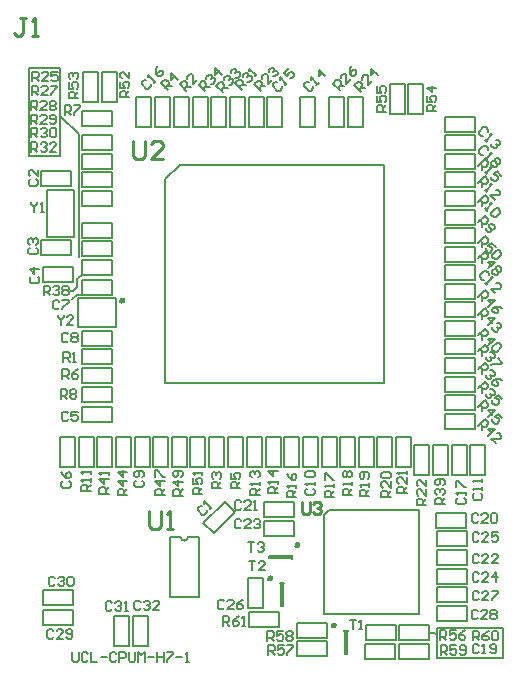
<source format=gto>
G04*
G04 #@! TF.GenerationSoftware,Altium Limited,Altium Designer,19.1.9 (167)*
G04*
G04 Layer_Color=65535*
%FSLAX44Y44*%
%MOMM*%
G71*
G01*
G75*
%ADD10C,0.5000*%
%ADD11C,0.2000*%
%ADD12C,0.2540*%
D10*
X88450Y319510D02*
G03*
X88450Y319510I-500J0D01*
G01*
X236870Y112500D02*
G03*
X236870Y112500I-500J0D01*
G01*
X213853Y84370D02*
G03*
X213853Y84370I-500J0D01*
G01*
X267603Y44470D02*
G03*
X267603Y44470I-500J0D01*
G01*
D11*
X137677Y119350D02*
G03*
X144028Y119350I3175J0D01*
G01*
X232000Y103625D02*
G03*
X232000Y100375I0J-1625D01*
G01*
X222227Y80000D02*
G03*
X225478Y80000I1625J0D01*
G01*
X275978Y40100D02*
G03*
X279228Y40100I1625J0D01*
G01*
X36500Y475250D02*
X51500Y460250D01*
Y356000D02*
Y460250D01*
Y460000D02*
Y460250D01*
X9250Y441750D02*
Y442500D01*
Y441750D02*
X35750D01*
X9250Y442500D02*
Y516000D01*
X35750Y441750D02*
Y516000D01*
X9250D02*
X35750D01*
X51120Y296875D02*
X70062D01*
X63938D02*
X82870D01*
Y321375D01*
X51120D02*
X82870D01*
X51120Y296875D02*
Y321375D01*
X26800Y373700D02*
X47680D01*
Y413070D01*
X24820D02*
X47680D01*
X24820Y373700D02*
Y413070D01*
Y373700D02*
X26800D01*
X259500Y53750D02*
Y137750D01*
Y53750D02*
X339890D01*
Y141750D01*
X263500D02*
X339890D01*
X259500Y137750D02*
X263500Y141750D01*
X124850Y249350D02*
Y422050D01*
Y249350D02*
X309650D01*
Y434150D01*
X136950D02*
X309650D01*
X124850Y422050D02*
X136950Y434150D01*
X128702Y68550D02*
Y119350D01*
Y68550D02*
X153003D01*
Y119350D01*
X144028D02*
X153003D01*
X128702D02*
X137677D01*
X212500Y101150D02*
X232000D01*
X212500D02*
Y102850D01*
X232000D01*
Y100375D02*
Y102850D01*
Y101150D02*
Y103625D01*
X224702Y60500D02*
Y80000D01*
X223002Y60500D02*
X224702D01*
X223002D02*
Y80000D01*
X225478D01*
X222227D02*
X224702D01*
X278452Y20600D02*
Y40100D01*
X276753Y20600D02*
X278452D01*
X276753D02*
Y40100D01*
X279228D01*
X275978D02*
X278452D01*
X220700Y43150D02*
Y55850D01*
X195300D02*
X220700D01*
X195300Y43150D02*
Y55850D01*
Y43150D02*
X220700D01*
X322800Y31900D02*
Y44600D01*
Y31900D02*
X348200D01*
Y44600D01*
X322800D02*
X348200D01*
X294300Y16150D02*
Y28850D01*
Y16150D02*
X319700D01*
Y28850D01*
X294300D02*
X319700D01*
X261950Y34000D02*
Y46700D01*
X236550D02*
X261950D01*
X236550Y34000D02*
Y46700D01*
Y34000D02*
X261950D01*
Y18297D02*
Y30997D01*
X236550D02*
X261950D01*
X236550Y18297D02*
Y30997D01*
Y18297D02*
X261950D01*
X294360Y31900D02*
Y44600D01*
Y31900D02*
X319760D01*
Y44600D01*
X294360D02*
X319760D01*
X314900Y502950D02*
X327600D01*
X314900Y477550D02*
Y502950D01*
Y477550D02*
X327600D01*
Y502950D01*
X330602Y477550D02*
X343302D01*
Y502950D01*
X330602D02*
X343302D01*
X330602Y477550D02*
Y502950D01*
X55150Y513200D02*
X67850D01*
X55150Y487800D02*
Y513200D01*
Y487800D02*
X67850D01*
Y513200D01*
X70853Y487800D02*
X83553D01*
Y513200D01*
X70853D02*
X83553D01*
X70853Y487800D02*
Y513200D01*
X145853Y178550D02*
X158553D01*
Y203950D01*
X145853D02*
X158553D01*
X145853Y178550D02*
Y203950D01*
X361550Y368102D02*
Y380802D01*
Y368102D02*
X386950D01*
Y380802D01*
X361550D02*
X386950D01*
X130150Y178550D02*
X142850D01*
Y203950D01*
X130150D02*
X142850D01*
X130150Y178550D02*
Y203950D01*
X361550Y352400D02*
Y365100D01*
Y352400D02*
X386950D01*
Y365100D01*
X361550D02*
X386950D01*
X114447Y178550D02*
X127148D01*
Y203950D01*
X114447D02*
X127148D01*
X114447Y178550D02*
Y203950D01*
X361550Y320947D02*
Y333647D01*
Y320947D02*
X386950D01*
Y333647D01*
X361550D02*
X386950D01*
Y226732D02*
Y239432D01*
X361550D02*
X386950D01*
X361550Y226732D02*
Y239432D01*
Y226732D02*
X386950D01*
X83042Y178550D02*
X95742D01*
Y203950D01*
X83042D02*
X95742D01*
X83042Y178550D02*
Y203950D01*
X361550Y305245D02*
Y317945D01*
Y305245D02*
X386950D01*
Y317945D01*
X361550D02*
X386950D01*
Y211030D02*
Y223730D01*
X361550D02*
X386950D01*
X361550Y211030D02*
Y223730D01*
Y211030D02*
X386950D01*
X67340Y178550D02*
X80040D01*
Y203950D01*
X67340D02*
X80040D01*
X67340Y178550D02*
Y203950D01*
X361550Y289542D02*
Y302242D01*
Y289542D02*
X386950D01*
Y302242D01*
X361550D02*
X386950D01*
X351353Y172050D02*
X364053D01*
Y197450D01*
X351353D02*
X364053D01*
X351353Y172050D02*
Y197450D01*
X54050Y341102D02*
Y353802D01*
Y341102D02*
X79450D01*
Y353802D01*
X54050D02*
X79450D01*
X361550Y273840D02*
Y286540D01*
Y273840D02*
X386950D01*
Y286540D01*
X361550D02*
X386950D01*
X361550Y258137D02*
Y270837D01*
Y258137D02*
X386950D01*
Y270837D01*
X361550D02*
X386950D01*
X361550Y242435D02*
Y255135D01*
Y242435D02*
X386950D01*
Y255135D01*
X361550D02*
X386950D01*
X148150Y491950D02*
X160850D01*
X148150Y466550D02*
Y491950D01*
Y466550D02*
X160850D01*
Y491950D01*
X163853D02*
X176553D01*
X163853Y466550D02*
Y491950D01*
Y466550D02*
X176553D01*
Y491950D01*
X54050Y356805D02*
Y369505D01*
Y356805D02*
X79450D01*
Y369505D01*
X54050D02*
X79450D01*
X179650Y491950D02*
X192350D01*
X179650Y466550D02*
Y491950D01*
Y466550D02*
X192350D01*
Y491950D01*
X54050Y372508D02*
Y385208D01*
Y372508D02*
X79450D01*
Y385208D01*
X54050D02*
X79450D01*
X54050Y399150D02*
Y411850D01*
Y399150D02*
X79450D01*
Y411850D01*
X54050D02*
X79450D01*
X54050Y415400D02*
Y428100D01*
Y415400D02*
X79450D01*
Y428100D01*
X54050D02*
X79450D01*
X54050Y431150D02*
Y443850D01*
Y431150D02*
X79450D01*
Y443850D01*
X54050D02*
X79450D01*
X263400Y466550D02*
X276100D01*
Y491950D01*
X263400D02*
X276100D01*
X263400Y466550D02*
Y491950D01*
X54050Y447150D02*
Y459850D01*
Y447150D02*
X79450D01*
Y459850D01*
X54050D02*
X79450D01*
X279102Y466550D02*
X291803D01*
Y491950D01*
X279102D02*
X291803D01*
X279102Y466550D02*
Y491950D01*
X195352Y466550D02*
X208053D01*
Y491950D01*
X195352D02*
X208053D01*
X195352Y466550D02*
Y491950D01*
X335650Y172050D02*
X348350D01*
Y197450D01*
X335650D02*
X348350D01*
X335650Y172050D02*
Y197450D01*
X319947Y178550D02*
X332648D01*
Y203950D01*
X319947D02*
X332648D01*
X319947Y178550D02*
Y203950D01*
X304245Y178550D02*
X316945D01*
Y203950D01*
X304245D02*
X316945D01*
X304245Y178550D02*
Y203950D01*
X288542Y178550D02*
X301242D01*
Y203950D01*
X288542D02*
X301242D01*
X288542Y178550D02*
Y203950D01*
X272840Y178550D02*
X285540D01*
Y203950D01*
X272840D02*
X285540D01*
X272840Y178550D02*
Y203950D01*
X257137Y178550D02*
X269837D01*
Y203950D01*
X257137D02*
X269837D01*
X257137Y178550D02*
Y203950D01*
X225732Y178550D02*
X238432D01*
Y203950D01*
X225732D02*
X238432D01*
X225732Y178550D02*
Y203950D01*
X361550Y430913D02*
Y443613D01*
Y430913D02*
X386950D01*
Y443613D01*
X361550D02*
X386950D01*
X210030Y178550D02*
X222730D01*
Y203950D01*
X210030D02*
X222730D01*
X210030Y178550D02*
Y203950D01*
X194327Y178550D02*
X207027D01*
Y203950D01*
X194327D02*
X207027D01*
X194327Y178550D02*
Y203950D01*
X361550Y415210D02*
Y427910D01*
Y415210D02*
X386950D01*
Y427910D01*
X361550D02*
X386950D01*
X51637Y178550D02*
X64337D01*
Y203950D01*
X51637D02*
X64337D01*
X51637Y178550D02*
Y203950D01*
X361550Y399508D02*
Y412208D01*
Y399508D02*
X386950D01*
Y412208D01*
X361550D02*
X386950D01*
X361550Y383805D02*
Y396505D01*
Y383805D02*
X386950D01*
Y396505D01*
X361550D02*
X386950D01*
X79450Y233697D02*
Y246397D01*
X54050D02*
X79450D01*
X54050Y233697D02*
Y246397D01*
Y233697D02*
X79450D01*
X54050Y467103D02*
Y479803D01*
Y467103D02*
X79450D01*
Y479803D01*
X54050D02*
X79450D01*
Y249650D02*
Y262350D01*
X54050D02*
X79450D01*
X54050Y249650D02*
Y262350D01*
Y249650D02*
X79450D01*
X177900Y203700D02*
X190600D01*
X177900Y178300D02*
Y203700D01*
Y178300D02*
X190600D01*
Y203700D01*
X115948Y491950D02*
X128647D01*
X115948Y466550D02*
Y491950D01*
Y466550D02*
X128647D01*
Y491950D01*
X161555Y203700D02*
X174255D01*
X161555Y178300D02*
Y203700D01*
Y178300D02*
X174255D01*
Y203700D01*
X132448Y491950D02*
X145147D01*
X132448Y466550D02*
Y491950D01*
Y466550D02*
X145147D01*
Y491950D01*
X79450Y265448D02*
Y278148D01*
X54050D02*
X79450D01*
X54050Y265448D02*
Y278148D01*
Y265448D02*
X79450D01*
X110100Y27300D02*
Y52700D01*
X97400Y27300D02*
X110100D01*
X97400D02*
Y52700D01*
X110100D01*
X94397Y27300D02*
Y52700D01*
X81698Y27300D02*
X94397D01*
X81698D02*
Y52700D01*
X94397D01*
X21550Y61400D02*
X46950D01*
X21550D02*
Y74100D01*
X46950D01*
Y61400D02*
Y74100D01*
X21550Y45150D02*
X46950D01*
X21550D02*
Y57850D01*
X46950D01*
Y45150D02*
Y57850D01*
X354800Y48490D02*
X380200D01*
X354800D02*
Y61190D01*
X380200D01*
Y48490D02*
Y61190D01*
X354800Y64192D02*
X380200D01*
X354800D02*
Y76892D01*
X380200D01*
Y64192D02*
Y76892D01*
X194900Y59050D02*
Y84450D01*
X207600D01*
Y59050D02*
Y84450D01*
X194900Y59050D02*
X207600D01*
X354800Y111300D02*
X380200D01*
X354800D02*
Y124000D01*
X380200D01*
Y111300D02*
Y124000D01*
X354800Y79895D02*
X380200D01*
X354800D02*
Y92595D01*
X380200D01*
Y79895D02*
Y92595D01*
X208550Y132897D02*
X233950D01*
Y120197D02*
Y132897D01*
X208550Y120197D02*
X233950D01*
X208550D02*
Y132897D01*
X354800Y95597D02*
X380200D01*
X354800D02*
Y108298D01*
X380200D01*
Y95597D02*
Y108298D01*
X208550Y148600D02*
X233950D01*
Y135900D02*
Y148600D01*
X208550Y135900D02*
X233950D01*
X208550D02*
Y148600D01*
X354300Y127150D02*
X379700D01*
X354300D02*
Y139850D01*
X379700D01*
Y127150D02*
Y139850D01*
X322800Y16198D02*
X348200D01*
X322800D02*
Y28898D01*
X348200D01*
Y16198D02*
Y28898D01*
X361550Y446615D02*
X386950D01*
X361550D02*
Y459315D01*
X386950D01*
Y446615D02*
Y459315D01*
X367400Y172050D02*
Y197450D01*
X380100D01*
Y172050D02*
Y197450D01*
X367400Y172050D02*
X380100D01*
X112945Y466550D02*
Y491950D01*
X100245Y466550D02*
X112945D01*
X100245D02*
Y491950D01*
X112945D01*
X223755Y466550D02*
Y491950D01*
X211055Y466550D02*
X223755D01*
X211055D02*
Y491950D01*
X223755D01*
X251850Y466550D02*
Y491950D01*
X239150Y466550D02*
X251850D01*
X239150D02*
Y491950D01*
X251850D01*
X361550Y462318D02*
X386950D01*
X361550D02*
Y475018D01*
X386950D01*
Y462318D02*
Y475018D01*
X361550Y336650D02*
X386950D01*
X361550D02*
Y349350D01*
X386950D01*
Y336650D02*
Y349350D01*
X383102Y172050D02*
Y197450D01*
X395802D01*
Y172050D02*
Y197450D01*
X383102Y172050D02*
X395802D01*
X241435Y178550D02*
Y203950D01*
X254135D01*
Y178550D02*
Y203950D01*
X241435Y178550D02*
X254135D01*
X98745Y178550D02*
Y203950D01*
X111445D01*
Y178550D02*
Y203950D01*
X98745Y178550D02*
X111445D01*
X54050Y293850D02*
X79450D01*
Y281150D02*
Y293850D01*
X54050Y281150D02*
X79450D01*
X54050D02*
Y293850D01*
Y337212D02*
X79450D01*
Y324512D02*
Y337212D01*
X54050Y324512D02*
X79450D01*
X54050D02*
Y337212D01*
X35935Y178550D02*
Y203950D01*
X48635D01*
Y178550D02*
Y203950D01*
X35935Y178550D02*
X48635D01*
X54050Y229100D02*
X79450D01*
Y216400D02*
Y229100D01*
X54050Y216400D02*
X79450D01*
X54050D02*
Y229100D01*
X21550Y348100D02*
X46950D01*
Y335400D02*
Y348100D01*
X21550Y335400D02*
X46950D01*
X21550D02*
Y348100D01*
X19800Y370698D02*
X45200D01*
Y357998D02*
Y370698D01*
X19800Y357998D02*
X45200D01*
X19800D02*
Y370698D01*
X19550Y429100D02*
X44950D01*
Y416400D02*
Y429100D01*
X19550Y416400D02*
X44950D01*
X19550D02*
Y429100D01*
X157083Y131333D02*
X175043Y149293D01*
X184024Y140313D01*
X166063Y122353D02*
X184024Y140313D01*
X157083Y131333D02*
X166063Y122353D01*
X348200Y38250D02*
X352500D01*
X354000Y36750D01*
X354750Y17000D02*
Y42250D01*
X411000D01*
Y17000D02*
Y42250D01*
X354750Y17000D02*
X411000D01*
X44500Y327250D02*
X46250D01*
X50250Y331250D01*
Y337303D01*
X51198Y338250D01*
X54050Y341102D01*
X46000Y320750D02*
X49763Y324512D01*
X54050D01*
X46000Y21747D02*
Y15083D01*
X47333Y13750D01*
X49999D01*
X51332Y15083D01*
Y21747D01*
X59329Y20415D02*
X57996Y21747D01*
X55330D01*
X53997Y20415D01*
Y15083D01*
X55330Y13750D01*
X57996D01*
X59329Y15083D01*
X61995Y21747D02*
Y13750D01*
X67326D01*
X69992Y17749D02*
X75324D01*
X83321Y20415D02*
X81988Y21747D01*
X79323D01*
X77990Y20415D01*
Y15083D01*
X79323Y13750D01*
X81988D01*
X83321Y15083D01*
X85987Y13750D02*
Y21747D01*
X89986D01*
X91319Y20415D01*
Y17749D01*
X89986Y16416D01*
X85987D01*
X93984Y21747D02*
Y15083D01*
X95317Y13750D01*
X97983D01*
X99316Y15083D01*
Y21747D01*
X101982Y13750D02*
Y21747D01*
X104648Y19082D01*
X107314Y21747D01*
Y13750D01*
X109979Y17749D02*
X115311D01*
X117977Y21747D02*
Y13750D01*
Y17749D01*
X123308D01*
Y21747D01*
Y13750D01*
X125974Y21747D02*
X131306D01*
Y20415D01*
X125974Y15083D01*
Y13750D01*
X133972Y17749D02*
X139303D01*
X141969Y13750D02*
X144635D01*
X143302D01*
Y21747D01*
X141969Y20415D01*
X103832Y64165D02*
X102499Y65497D01*
X99833D01*
X98500Y64165D01*
Y58833D01*
X99833Y57500D01*
X102499D01*
X103832Y58833D01*
X106497Y64165D02*
X107830Y65497D01*
X110496D01*
X111829Y64165D01*
Y62832D01*
X110496Y61499D01*
X109163D01*
X110496D01*
X111829Y60166D01*
Y58833D01*
X110496Y57500D01*
X107830D01*
X106497Y58833D01*
X119826Y57500D02*
X114495D01*
X119826Y62832D01*
Y64165D01*
X118494Y65497D01*
X115828D01*
X114495Y64165D01*
X79629Y63415D02*
X78296Y64747D01*
X75630D01*
X74297Y63415D01*
Y58083D01*
X75630Y56750D01*
X78296D01*
X79629Y58083D01*
X82295Y63415D02*
X83628Y64747D01*
X86294D01*
X87626Y63415D01*
Y62082D01*
X86294Y60749D01*
X84961D01*
X86294D01*
X87626Y59416D01*
Y58083D01*
X86294Y56750D01*
X83628D01*
X82295Y58083D01*
X90292Y56750D02*
X92958D01*
X91625D01*
Y64747D01*
X90292Y63415D01*
X33750Y306997D02*
Y305665D01*
X36416Y302999D01*
X39082Y305665D01*
Y306997D01*
X36416Y302999D02*
Y299000D01*
X47079D02*
X41747D01*
X47079Y304332D01*
Y305665D01*
X45746Y306997D01*
X43080D01*
X41747Y305665D01*
X11250Y402747D02*
Y401414D01*
X13916Y398749D01*
X16582Y401414D01*
Y402747D01*
X13916Y398749D02*
Y394750D01*
X19247D02*
X21913D01*
X20580D01*
Y402747D01*
X19247Y401414D01*
X156250Y155750D02*
X148253D01*
Y159749D01*
X149586Y161082D01*
X152251D01*
X153584Y159749D01*
Y155750D01*
Y158416D02*
X156250Y161082D01*
X148253Y169079D02*
Y163748D01*
X152251D01*
X150918Y166413D01*
Y167746D01*
X152251Y169079D01*
X154917D01*
X156250Y167746D01*
Y165080D01*
X154917Y163748D01*
X156250Y171745D02*
Y174411D01*
Y173078D01*
X148253D01*
X149586Y171745D01*
X389500Y368500D02*
X395155Y374155D01*
X397982Y371328D01*
Y369442D01*
X396097Y367557D01*
X394212Y367557D01*
X391385Y370385D01*
X393270Y368500D02*
Y364730D01*
X404580D02*
X400810Y368500D01*
X397982Y365672D01*
X400810Y364730D01*
X401753Y363787D01*
Y361903D01*
X399868Y360018D01*
X397982Y360018D01*
X396097Y361903D01*
Y363787D01*
X405523Y361903D02*
X407408Y361903D01*
X409293Y360018D01*
Y358133D01*
X405523Y354362D01*
X403638Y354362D01*
X401753Y356247D01*
Y358133D01*
X405523Y361903D01*
X139548Y154250D02*
X131550D01*
Y158249D01*
X132883Y159582D01*
X135549D01*
X136882Y158249D01*
Y154250D01*
Y156916D02*
X139548Y159582D01*
Y166246D02*
X131550D01*
X135549Y162248D01*
Y167579D01*
X138215Y170245D02*
X139548Y171578D01*
Y174244D01*
X138215Y175576D01*
X132883D01*
X131550Y174244D01*
Y171578D01*
X132883Y170245D01*
X134216D01*
X135549Y171578D01*
Y175576D01*
X389500Y355250D02*
X395155Y360905D01*
X397982Y358078D01*
Y356193D01*
X396097Y354308D01*
X394212Y354308D01*
X391385Y357135D01*
X393270Y355250D02*
Y351480D01*
X397982Y346768D02*
X403638Y352422D01*
X397982Y352422D01*
X401753Y348652D01*
X405523D02*
X407408Y348652D01*
X409293Y346768D01*
Y344883D01*
X408350Y343940D01*
X406465D01*
X406465Y342055D01*
X405523Y341112D01*
X403638Y341112D01*
X401753Y342997D01*
Y344883D01*
X402695Y345825D01*
X404580D01*
X404580Y347710D01*
X405523Y348652D01*
X404580Y345825D02*
X406465Y343940D01*
X124298Y154500D02*
X116300D01*
Y158499D01*
X117633Y159832D01*
X120299D01*
X121632Y158499D01*
Y154500D01*
Y157166D02*
X124298Y159832D01*
Y166496D02*
X116300D01*
X120299Y162498D01*
Y167829D01*
X116300Y170495D02*
Y175826D01*
X117633D01*
X122965Y170495D01*
X124298D01*
X389500Y322750D02*
X395155Y328405D01*
X397982Y325578D01*
Y323693D01*
X396097Y321808D01*
X394212Y321808D01*
X391385Y324635D01*
X393270Y322750D02*
Y318980D01*
X397982Y314267D02*
X403638Y319923D01*
X397982Y319923D01*
X401753Y316152D01*
X410235Y313325D02*
X407408Y314268D01*
X403638D01*
X401753Y312383D01*
Y310497D01*
X403638Y308612D01*
X405523Y308612D01*
X406465Y309555D01*
X406465Y311440D01*
X403638Y314268D01*
X389500Y229332D02*
X395155Y234987D01*
X397982Y232160D01*
Y230275D01*
X396097Y228390D01*
X394212Y228390D01*
X391385Y231217D01*
X393270Y229332D02*
Y225562D01*
X397982Y220850D02*
X403638Y226505D01*
X397982Y226505D01*
X401753Y222735D01*
X410235Y219907D02*
X406465Y223677D01*
X403638Y220850D01*
X406465Y219907D01*
X407408Y218965D01*
Y217080D01*
X405523Y215195D01*
X403638Y215195D01*
X401753Y217080D01*
Y218965D01*
X92642Y154500D02*
X84645D01*
Y158499D01*
X85978Y159832D01*
X88644D01*
X89977Y158499D01*
Y154500D01*
Y157166D02*
X92642Y159832D01*
Y166496D02*
X84645D01*
X88644Y162498D01*
Y167829D01*
X92642Y174494D02*
X84645D01*
X88644Y170495D01*
Y175826D01*
X389500Y307345D02*
X395155Y313000D01*
X397982Y310173D01*
Y308288D01*
X396097Y306402D01*
X394212Y306402D01*
X391385Y309230D01*
X393270Y307345D02*
Y303575D01*
X397982Y298862D02*
X403638Y304517D01*
X397982Y304517D01*
X401753Y300747D01*
X405523D02*
X407408Y300747D01*
X409293Y298862D01*
Y296977D01*
X408350Y296035D01*
X406465D01*
X405523Y296977D01*
X406465Y296035D01*
X406465Y294150D01*
X405523Y293207D01*
X403638Y293207D01*
X401753Y295092D01*
Y296977D01*
X389500Y213630D02*
X395155Y219285D01*
X397982Y216457D01*
Y214572D01*
X396097Y212687D01*
X394212Y212687D01*
X391385Y215515D01*
X393270Y213630D02*
Y209860D01*
X397982Y205147D02*
X403638Y210802D01*
X397982Y210802D01*
X401753Y207032D01*
X404580Y198550D02*
X400810Y202320D01*
X408350D01*
X409293Y203262D01*
Y205147D01*
X407408Y207032D01*
X405523Y207032D01*
X76940Y156000D02*
X68942D01*
Y159999D01*
X70275Y161332D01*
X72941D01*
X74274Y159999D01*
Y156000D01*
Y158666D02*
X76940Y161332D01*
Y167996D02*
X68942D01*
X72941Y163997D01*
Y169329D01*
X76940Y171995D02*
Y174661D01*
Y173328D01*
X68942D01*
X70275Y171995D01*
X389500Y290142D02*
X395155Y295798D01*
X397982Y292970D01*
Y291085D01*
X396097Y289200D01*
X394212Y289200D01*
X391385Y292027D01*
X393270Y290142D02*
Y286372D01*
X397982Y281660D02*
X403638Y287315D01*
X397982Y287315D01*
X401753Y283545D01*
X405523D02*
X407408Y283545D01*
X409293Y281660D01*
Y279775D01*
X405523Y276005D01*
X403638Y276005D01*
X401753Y277890D01*
Y279775D01*
X405523Y283545D01*
X361453Y147000D02*
X353455D01*
Y150999D01*
X354788Y152332D01*
X357454D01*
X358787Y150999D01*
Y147000D01*
Y149666D02*
X361453Y152332D01*
X354788Y154997D02*
X353455Y156330D01*
Y158996D01*
X354788Y160329D01*
X356121D01*
X357454Y158996D01*
Y157663D01*
Y158996D01*
X358787Y160329D01*
X360120D01*
X361453Y158996D01*
Y156330D01*
X360120Y154997D01*
Y162995D02*
X361453Y164328D01*
Y166994D01*
X360120Y168326D01*
X354788D01*
X353455Y166994D01*
Y164328D01*
X354788Y162995D01*
X356121D01*
X357454Y164328D01*
Y168326D01*
X21750Y324000D02*
Y331997D01*
X25749D01*
X27082Y330664D01*
Y327999D01*
X25749Y326666D01*
X21750D01*
X24416D02*
X27082Y324000D01*
X29747Y330664D02*
X31080Y331997D01*
X33746D01*
X35079Y330664D01*
Y329332D01*
X33746Y327999D01*
X32413D01*
X33746D01*
X35079Y326666D01*
Y325333D01*
X33746Y324000D01*
X31080D01*
X29747Y325333D01*
X37745Y330664D02*
X39078Y331997D01*
X41743D01*
X43076Y330664D01*
Y329332D01*
X41743Y327999D01*
X43076Y326666D01*
Y325333D01*
X41743Y324000D01*
X39078D01*
X37745Y325333D01*
Y326666D01*
X39078Y327999D01*
X37745Y329332D01*
Y330664D01*
X39078Y327999D02*
X41743D01*
X389500Y276440D02*
X395155Y282095D01*
X397982Y279267D01*
Y277382D01*
X396097Y275497D01*
X394212Y275497D01*
X391385Y278325D01*
X393270Y276440D02*
Y272670D01*
X399868Y275497D02*
X401753Y275497D01*
X403638Y273612D01*
Y271727D01*
X402695Y270785D01*
X400810D01*
X399868Y271727D01*
X400810Y270785D01*
X400810Y268900D01*
X399868Y267957D01*
X397982Y267957D01*
X396097Y269842D01*
Y271727D01*
X406465Y270785D02*
X410235Y267015D01*
X409293Y266072D01*
X401753D01*
X400810Y265130D01*
X389500Y261237D02*
X395155Y266892D01*
X397982Y264065D01*
Y262180D01*
X396097Y260295D01*
X394212Y260295D01*
X391385Y263122D01*
X393270Y261237D02*
Y257467D01*
X399868Y260295D02*
X401753Y260295D01*
X403638Y258410D01*
Y256525D01*
X402695Y255582D01*
X400810D01*
X399868Y256525D01*
X400810Y255582D01*
X400810Y253697D01*
X399868Y252755D01*
X397982Y252755D01*
X396097Y254640D01*
Y256525D01*
X410235Y251812D02*
X407408Y252755D01*
X403638D01*
X401753Y250870D01*
Y248985D01*
X403638Y247100D01*
X405523Y247100D01*
X406465Y248042D01*
X406465Y249927D01*
X403638Y252755D01*
X389500Y245285D02*
X395155Y250940D01*
X397982Y248112D01*
Y246227D01*
X396097Y244342D01*
X394212Y244342D01*
X391385Y247170D01*
X393270Y245285D02*
Y241515D01*
X399868Y244342D02*
X401753Y244342D01*
X403638Y242457D01*
Y240572D01*
X402695Y239630D01*
X400810D01*
X399868Y240572D01*
X400810Y239630D01*
X400810Y237745D01*
X399868Y236802D01*
X397982Y236802D01*
X396097Y238687D01*
Y240572D01*
X410235Y235860D02*
X406465Y239630D01*
X403638Y236802D01*
X406465Y235860D01*
X407408Y234917D01*
Y233032D01*
X405523Y231147D01*
X403638Y231147D01*
X401753Y233032D01*
Y234917D01*
X158750Y496500D02*
X153095Y502155D01*
X155922Y504983D01*
X157808D01*
X159692Y503098D01*
X159692Y501213D01*
X156865Y498385D01*
X158750Y500270D02*
X162520D01*
X159692Y506868D02*
X159692Y508753D01*
X161577Y510638D01*
X163463D01*
X164405Y509695D01*
Y507810D01*
X163463Y506868D01*
X164405Y507810D01*
X166290Y507810D01*
X167232Y506868D01*
X167233Y504983D01*
X165347Y503098D01*
X163463D01*
X172888Y510638D02*
X167233Y516293D01*
X167232Y510638D01*
X171003Y514408D01*
X173750Y495750D02*
X168095Y501405D01*
X170923Y504233D01*
X172808D01*
X174692Y502348D01*
X174692Y500463D01*
X171865Y497635D01*
X173750Y499520D02*
X177520D01*
X174692Y506118D02*
X174692Y508003D01*
X176577Y509888D01*
X178463D01*
X179405Y508945D01*
Y507060D01*
X178463Y506118D01*
X179405Y507060D01*
X181290Y507060D01*
X182232Y506118D01*
X182233Y504233D01*
X180347Y502348D01*
X178463D01*
X180347Y511773D02*
X180347Y513658D01*
X182233Y515543D01*
X184118D01*
X185060Y514600D01*
Y512715D01*
X184118Y511773D01*
X185060Y512715D01*
X186945Y512715D01*
X187888Y511773D01*
X187888Y509888D01*
X186003Y508003D01*
X184118D01*
X11250Y445500D02*
Y453497D01*
X15249D01*
X16582Y452164D01*
Y449499D01*
X15249Y448166D01*
X11250D01*
X13916D02*
X16582Y445500D01*
X19247Y452164D02*
X20580Y453497D01*
X23246D01*
X24579Y452164D01*
Y450832D01*
X23246Y449499D01*
X21913D01*
X23246D01*
X24579Y448166D01*
Y446833D01*
X23246Y445500D01*
X20580D01*
X19247Y446833D01*
X32576Y445500D02*
X27245D01*
X32576Y450832D01*
Y452164D01*
X31244Y453497D01*
X28578D01*
X27245Y452164D01*
X189500Y498000D02*
X183845Y503655D01*
X186672Y506483D01*
X188557D01*
X190443Y504598D01*
X190443Y502713D01*
X187615Y499885D01*
X189500Y501770D02*
X193270D01*
X190443Y508368D02*
X190443Y510253D01*
X192327Y512138D01*
X194212D01*
X195155Y511195D01*
Y509310D01*
X194212Y508368D01*
X195155Y509310D01*
X197040Y509310D01*
X197983Y508368D01*
X197983Y506483D01*
X196098Y504598D01*
X194212D01*
X200810Y509310D02*
X202695Y511195D01*
X201753Y510253D01*
X196098Y515908D01*
X196098Y514023D01*
X11250Y457750D02*
Y465747D01*
X15249D01*
X16582Y464414D01*
Y461749D01*
X15249Y460416D01*
X11250D01*
X13916D02*
X16582Y457750D01*
X19247Y464414D02*
X20580Y465747D01*
X23246D01*
X24579Y464414D01*
Y463082D01*
X23246Y461749D01*
X21913D01*
X23246D01*
X24579Y460416D01*
Y459083D01*
X23246Y457750D01*
X20580D01*
X19247Y459083D01*
X27245Y464414D02*
X28578Y465747D01*
X31244D01*
X32576Y464414D01*
Y459083D01*
X31244Y457750D01*
X28578D01*
X27245Y459083D01*
Y464414D01*
X11000Y469000D02*
Y476997D01*
X14999D01*
X16332Y475664D01*
Y472999D01*
X14999Y471666D01*
X11000D01*
X13666D02*
X16332Y469000D01*
X24329D02*
X18997D01*
X24329Y474332D01*
Y475664D01*
X22996Y476997D01*
X20330D01*
X18997Y475664D01*
X26995Y470333D02*
X28328Y469000D01*
X30993D01*
X32326Y470333D01*
Y475664D01*
X30993Y476997D01*
X28328D01*
X26995Y475664D01*
Y474332D01*
X28328Y472999D01*
X32326D01*
X11000Y480500D02*
Y488497D01*
X14999D01*
X16332Y487164D01*
Y484499D01*
X14999Y483166D01*
X11000D01*
X13666D02*
X16332Y480500D01*
X24329D02*
X18997D01*
X24329Y485832D01*
Y487164D01*
X22996Y488497D01*
X20330D01*
X18997Y487164D01*
X26995D02*
X28328Y488497D01*
X30993D01*
X32326Y487164D01*
Y485832D01*
X30993Y484499D01*
X32326Y483166D01*
Y481833D01*
X30993Y480500D01*
X28328D01*
X26995Y481833D01*
Y483166D01*
X28328Y484499D01*
X26995Y485832D01*
Y487164D01*
X28328Y484499D02*
X30993D01*
X11750Y493250D02*
Y501247D01*
X15749D01*
X17082Y499915D01*
Y497249D01*
X15749Y495916D01*
X11750D01*
X14416D02*
X17082Y493250D01*
X25079D02*
X19747D01*
X25079Y498582D01*
Y499915D01*
X23746Y501247D01*
X21080D01*
X19747Y499915D01*
X27745Y501247D02*
X33076D01*
Y499915D01*
X27745Y494583D01*
Y493250D01*
X272500Y497500D02*
X266845Y503155D01*
X269673Y505983D01*
X271558D01*
X273442Y504098D01*
X273442Y502213D01*
X270615Y499385D01*
X272500Y501270D02*
X276270D01*
X281925Y506925D02*
X278155Y503155D01*
Y510695D01*
X277213Y511638D01*
X275327D01*
X273442Y509753D01*
X273442Y507868D01*
X281925Y518235D02*
X280982Y515408D01*
Y511638D01*
X282868Y509753D01*
X284753D01*
X286638Y511638D01*
X286638Y513523D01*
X285695Y514465D01*
X283810Y514465D01*
X280982Y511638D01*
X12250Y505250D02*
Y513247D01*
X16249D01*
X17582Y511914D01*
Y509249D01*
X16249Y507916D01*
X12250D01*
X14916D02*
X17582Y505250D01*
X25579D02*
X20247D01*
X25579Y510582D01*
Y511914D01*
X24246Y513247D01*
X21580D01*
X20247Y511914D01*
X33576Y513247D02*
X28245D01*
Y509249D01*
X30911Y510582D01*
X32243D01*
X33576Y509249D01*
Y506583D01*
X32243Y505250D01*
X29578D01*
X28245Y506583D01*
X290500Y496000D02*
X284845Y501655D01*
X287673Y504483D01*
X289557D01*
X291443Y502598D01*
X291443Y500713D01*
X288615Y497885D01*
X290500Y499770D02*
X294270D01*
X299925Y505425D02*
X296155Y501655D01*
Y509195D01*
X295212Y510138D01*
X293328D01*
X291443Y508253D01*
X291443Y506368D01*
X304638Y510138D02*
X298983Y515793D01*
X298983Y510138D01*
X302753Y513908D01*
X205750Y497000D02*
X200095Y502655D01*
X202922Y505483D01*
X204807D01*
X206693Y503598D01*
X206693Y501713D01*
X203865Y498885D01*
X205750Y500770D02*
X209520D01*
X215175Y506425D02*
X211405Y502655D01*
Y510195D01*
X210462Y511138D01*
X208577D01*
X206693Y509253D01*
X206693Y507368D01*
X212348Y513023D02*
X212348Y514908D01*
X214233Y516793D01*
X216118D01*
X217060Y515850D01*
Y513965D01*
X216118Y513023D01*
X217060Y513965D01*
X218945Y513965D01*
X219888Y513023D01*
X219888Y511138D01*
X218003Y509253D01*
X216118D01*
X345500Y146250D02*
X337503D01*
Y150249D01*
X338835Y151582D01*
X341501D01*
X342834Y150249D01*
Y146250D01*
Y148916D02*
X345500Y151582D01*
Y159579D02*
Y154247D01*
X340168Y159579D01*
X338835D01*
X337503Y158246D01*
Y155580D01*
X338835Y154247D01*
X345500Y167576D02*
Y162245D01*
X340168Y167576D01*
X338835D01*
X337503Y166243D01*
Y163578D01*
X338835Y162245D01*
X329297Y156500D02*
X321300D01*
Y160499D01*
X322633Y161832D01*
X325299D01*
X326632Y160499D01*
Y156500D01*
Y159166D02*
X329297Y161832D01*
Y169829D02*
Y164498D01*
X323966Y169829D01*
X322633D01*
X321300Y168496D01*
Y165830D01*
X322633Y164498D01*
X329297Y172495D02*
Y175161D01*
Y173828D01*
X321300D01*
X322633Y172495D01*
X315845Y153000D02*
X307847D01*
Y156999D01*
X309180Y158332D01*
X311846D01*
X313179Y156999D01*
Y153000D01*
Y155666D02*
X315845Y158332D01*
Y166329D02*
Y160997D01*
X310513Y166329D01*
X309180D01*
X307847Y164996D01*
Y162330D01*
X309180Y160997D01*
Y168995D02*
X307847Y170328D01*
Y172994D01*
X309180Y174326D01*
X314512D01*
X315845Y172994D01*
Y170328D01*
X314512Y168995D01*
X309180D01*
X297392Y154000D02*
X289395D01*
Y157999D01*
X290728Y159332D01*
X293394D01*
X294727Y157999D01*
Y154000D01*
Y156666D02*
X297392Y159332D01*
Y161998D02*
Y164663D01*
Y163330D01*
X289395D01*
X290728Y161998D01*
X296059Y168662D02*
X297392Y169995D01*
Y172661D01*
X296059Y173994D01*
X290728D01*
X289395Y172661D01*
Y169995D01*
X290728Y168662D01*
X292061D01*
X293394Y169995D01*
Y173994D01*
X282940Y155000D02*
X274942D01*
Y158999D01*
X276275Y160332D01*
X278941D01*
X280274Y158999D01*
Y155000D01*
Y157666D02*
X282940Y160332D01*
Y162997D02*
Y165663D01*
Y164330D01*
X274942D01*
X276275Y162997D01*
Y169662D02*
X274942Y170995D01*
Y173661D01*
X276275Y174994D01*
X277608D01*
X278941Y173661D01*
X280274Y174994D01*
X281607D01*
X282940Y173661D01*
Y170995D01*
X281607Y169662D01*
X280274D01*
X278941Y170995D01*
X277608Y169662D01*
X276275D01*
X278941Y170995D02*
Y173661D01*
X267737Y153250D02*
X259740D01*
Y157249D01*
X261073Y158582D01*
X263739D01*
X265072Y157249D01*
Y153250D01*
Y155916D02*
X267737Y158582D01*
Y161247D02*
Y163913D01*
Y162580D01*
X259740D01*
X261073Y161247D01*
X259740Y167912D02*
Y173244D01*
X261073D01*
X266404Y167912D01*
X267737D01*
X235832Y153000D02*
X227835D01*
Y156999D01*
X229168Y158332D01*
X231834D01*
X233167Y156999D01*
Y153000D01*
Y155666D02*
X235832Y158332D01*
Y160998D02*
Y163663D01*
Y162330D01*
X227835D01*
X229168Y160998D01*
X227835Y172994D02*
X229168Y170328D01*
X231834Y167662D01*
X234499D01*
X235832Y168995D01*
Y171661D01*
X234499Y172994D01*
X233167D01*
X231834Y171661D01*
Y167662D01*
X389500Y433763D02*
X395155Y439418D01*
X397982Y436590D01*
Y434705D01*
X396097Y432820D01*
X394212Y432820D01*
X391385Y435648D01*
X393270Y433763D02*
Y429993D01*
X395155Y428108D02*
X397040Y426223D01*
X396097Y427165D01*
X401753Y432820D01*
X399868Y432820D01*
X409293Y425280D02*
X405523Y429050D01*
X402695Y426223D01*
X405523Y425280D01*
X406465Y424338D01*
Y422453D01*
X404580Y420568D01*
X402695Y420568D01*
X400810Y422453D01*
Y424338D01*
X220130Y156250D02*
X212132D01*
Y160249D01*
X213465Y161582D01*
X216131D01*
X217464Y160249D01*
Y156250D01*
Y158916D02*
X220130Y161582D01*
Y164247D02*
Y166913D01*
Y165580D01*
X212132D01*
X213465Y164247D01*
X220130Y174911D02*
X212132D01*
X216131Y170912D01*
Y176244D01*
X204677Y155000D02*
X196680D01*
Y158999D01*
X198013Y160332D01*
X200679D01*
X202011Y158999D01*
Y155000D01*
Y157666D02*
X204677Y160332D01*
Y162997D02*
Y165663D01*
Y164330D01*
X196680D01*
X198013Y162997D01*
Y169662D02*
X196680Y170995D01*
Y173661D01*
X198013Y174994D01*
X199346D01*
X200679Y173661D01*
Y172328D01*
Y173661D01*
X202011Y174994D01*
X203344D01*
X204677Y173661D01*
Y170995D01*
X203344Y169662D01*
X389500Y419060D02*
X395155Y424715D01*
X397982Y421888D01*
Y420003D01*
X396097Y418118D01*
X394212Y418118D01*
X391385Y420945D01*
X393270Y419060D02*
Y415290D01*
X395155Y413405D02*
X397040Y411520D01*
X396097Y412463D01*
X401753Y418118D01*
X399868Y418118D01*
X403638Y404923D02*
X399868Y408693D01*
X407408D01*
X408350Y409635D01*
Y411520D01*
X406465Y413405D01*
X404580Y413405D01*
X61487Y158250D02*
X53490D01*
Y162249D01*
X54823Y163582D01*
X57489D01*
X58822Y162249D01*
Y158250D01*
Y160916D02*
X61487Y163582D01*
Y166248D02*
Y168913D01*
Y167580D01*
X53490D01*
X54823Y166248D01*
X61487Y172912D02*
Y175578D01*
Y174245D01*
X53490D01*
X54823Y172912D01*
X389500Y403108D02*
X395155Y408763D01*
X397982Y405935D01*
Y404050D01*
X396097Y402165D01*
X394212Y402165D01*
X391385Y404993D01*
X393270Y403108D02*
Y399338D01*
X395155Y397453D02*
X397040Y395568D01*
X396097Y396510D01*
X401753Y402165D01*
X399868Y402165D01*
X404580Y397453D02*
X406465Y397453D01*
X408350Y395568D01*
Y393683D01*
X404580Y389912D01*
X402695Y389912D01*
X400810Y391797D01*
Y393683D01*
X404580Y397453D01*
X389500Y385655D02*
X395155Y391310D01*
X397982Y388483D01*
Y386598D01*
X396097Y384713D01*
X394212Y384713D01*
X391385Y387540D01*
X393270Y385655D02*
Y381885D01*
X396097Y380943D02*
Y379058D01*
X397982Y377173D01*
X399868Y377173D01*
X403638Y380943D01*
Y382828D01*
X401753Y384713D01*
X399868Y384713D01*
X398925Y383770D01*
X398925Y381885D01*
X401753Y379058D01*
X36250Y236250D02*
Y244247D01*
X40249D01*
X41582Y242915D01*
Y240249D01*
X40249Y238916D01*
X36250D01*
X38916D02*
X41582Y236250D01*
X44247Y242915D02*
X45580Y244247D01*
X48246D01*
X49579Y242915D01*
Y241582D01*
X48246Y240249D01*
X49579Y238916D01*
Y237583D01*
X48246Y236250D01*
X45580D01*
X44247Y237583D01*
Y238916D01*
X45580Y240249D01*
X44247Y241582D01*
Y242915D01*
X45580Y240249D02*
X48246D01*
X39500Y476750D02*
Y484747D01*
X43499D01*
X44832Y483414D01*
Y480749D01*
X43499Y479416D01*
X39500D01*
X42166D02*
X44832Y476750D01*
X47497Y484747D02*
X52829D01*
Y483414D01*
X47497Y478083D01*
Y476750D01*
X37750Y253250D02*
Y261247D01*
X41749D01*
X43082Y259914D01*
Y257249D01*
X41749Y255916D01*
X37750D01*
X40416D02*
X43082Y253250D01*
X51079Y261247D02*
X48413Y259914D01*
X45747Y257249D01*
Y254583D01*
X47080Y253250D01*
X49746D01*
X51079Y254583D01*
Y255916D01*
X49746Y257249D01*
X45747D01*
X188275Y160500D02*
X180278D01*
Y164499D01*
X181611Y165832D01*
X184277D01*
X185609Y164499D01*
Y160500D01*
Y163166D02*
X188275Y165832D01*
X180278Y173829D02*
Y168497D01*
X184277D01*
X182944Y171163D01*
Y172496D01*
X184277Y173829D01*
X186942D01*
X188275Y172496D01*
Y169830D01*
X186942Y168497D01*
X126750Y497750D02*
X121095Y503405D01*
X123923Y506233D01*
X125808D01*
X127692Y504348D01*
X127692Y502463D01*
X124865Y499635D01*
X126750Y501520D02*
X130520D01*
X135233Y506233D02*
X129578Y511888D01*
X129578Y506233D01*
X133348Y510003D01*
X172155Y160750D02*
X164158D01*
Y164749D01*
X165491Y166082D01*
X168156D01*
X169489Y164749D01*
Y160750D01*
Y163416D02*
X172155Y166082D01*
X165491Y168747D02*
X164158Y170080D01*
Y172746D01*
X165491Y174079D01*
X166824D01*
X168156Y172746D01*
Y171413D01*
Y172746D01*
X169489Y174079D01*
X170822D01*
X172155Y172746D01*
Y170080D01*
X170822Y168747D01*
X142500Y496750D02*
X136845Y502405D01*
X139672Y505233D01*
X141558D01*
X143442Y503348D01*
X143442Y501463D01*
X140615Y498635D01*
X142500Y500520D02*
X146270D01*
X151925Y506175D02*
X148155Y502405D01*
Y509945D01*
X147212Y510888D01*
X145328D01*
X143442Y509003D01*
X143442Y507118D01*
X38500Y267798D02*
Y275795D01*
X42499D01*
X43832Y274462D01*
Y271796D01*
X42499Y270463D01*
X38500D01*
X41166D02*
X43832Y267798D01*
X46497D02*
X49163D01*
X47830D01*
Y275795D01*
X46497Y274462D01*
X397982Y446658D02*
Y448543D01*
X396097Y450428D01*
X394212Y450428D01*
X390443Y446658D01*
Y444773D01*
X392327Y442888D01*
X394212Y442888D01*
X395155Y440060D02*
X397040Y438175D01*
X396097Y439118D01*
X401753Y444773D01*
X399868Y444773D01*
X404580Y440060D02*
X406465Y440060D01*
X408350Y438175D01*
Y436290D01*
X407408Y435348D01*
X405523D01*
Y433463D01*
X404580Y432520D01*
X402695Y432520D01*
X400810Y434405D01*
Y436290D01*
X401753Y437233D01*
X403638D01*
Y439118D01*
X404580Y440060D01*
X403638Y437233D02*
X405523Y435348D01*
X219713Y504733D02*
X217828D01*
X215943Y502848D01*
X215942Y500962D01*
X219713Y497192D01*
X221598D01*
X223483Y499077D01*
X223483Y500962D01*
X226310Y501905D02*
X228195Y503790D01*
X227253Y502848D01*
X221598Y508503D01*
X221598Y506618D01*
X229138Y516043D02*
X225368Y512273D01*
X228195Y509445D01*
X229138Y512273D01*
X230080Y513215D01*
X231965D01*
X233850Y511330D01*
X233850Y509445D01*
X231965Y507560D01*
X230080D01*
X397982Y462360D02*
Y464245D01*
X396097Y466130D01*
X394212Y466130D01*
X390443Y462360D01*
Y460475D01*
X392327Y458590D01*
X394212Y458590D01*
X395155Y455763D02*
X397040Y453878D01*
X396097Y454820D01*
X401753Y460475D01*
X399868Y460475D01*
X404580Y455763D02*
X406465Y455763D01*
X408350Y453878D01*
Y451993D01*
X407408Y451050D01*
X405523D01*
X404580Y451993D01*
X405523Y451050D01*
Y449165D01*
X404580Y448223D01*
X402695Y448223D01*
X400810Y450108D01*
Y451993D01*
X398483Y340942D02*
Y342827D01*
X396598Y344712D01*
X394712Y344712D01*
X390942Y340942D01*
Y339058D01*
X392827Y337173D01*
X394712Y337173D01*
X395655Y334345D02*
X397540Y332460D01*
X396598Y333402D01*
X402253Y339058D01*
X400368Y339058D01*
X404138Y325862D02*
X400368Y329632D01*
X407908D01*
X408850Y330575D01*
Y332460D01*
X406965Y334345D01*
X405080Y334345D01*
X386538Y156332D02*
X385205Y154999D01*
Y152333D01*
X386538Y151000D01*
X391870D01*
X393203Y152333D01*
Y154999D01*
X391870Y156332D01*
X393203Y158997D02*
Y161663D01*
Y160330D01*
X385205D01*
X386538Y158997D01*
X393203Y165662D02*
Y168328D01*
Y166995D01*
X385205D01*
X386538Y165662D01*
X244620Y160332D02*
X243287Y158999D01*
Y156333D01*
X244620Y155000D01*
X249952D01*
X251285Y156333D01*
Y158999D01*
X249952Y160332D01*
X251285Y162997D02*
Y165663D01*
Y164330D01*
X243287D01*
X244620Y162997D01*
Y169662D02*
X243287Y170995D01*
Y173661D01*
X244620Y174994D01*
X249952D01*
X251285Y173661D01*
Y170995D01*
X249952Y169662D01*
X244620D01*
X99930Y167082D02*
X98597Y165749D01*
Y163083D01*
X99930Y161750D01*
X105262D01*
X106595Y163083D01*
Y165749D01*
X105262Y167082D01*
Y169748D02*
X106595Y171080D01*
Y173746D01*
X105262Y175079D01*
X99930D01*
X98597Y173746D01*
Y171080D01*
X99930Y169748D01*
X101263D01*
X102596Y171080D01*
Y175079D01*
X42582Y290915D02*
X41249Y292247D01*
X38583D01*
X37250Y290915D01*
Y285583D01*
X38583Y284250D01*
X41249D01*
X42582Y285583D01*
X45247Y290915D02*
X46580Y292247D01*
X49246D01*
X50579Y290915D01*
Y289582D01*
X49246Y288249D01*
X50579Y286916D01*
Y285583D01*
X49246Y284250D01*
X46580D01*
X45247Y285583D01*
Y286916D01*
X46580Y288249D01*
X45247Y289582D01*
Y290915D01*
X46580Y288249D02*
X49246D01*
X35082Y318664D02*
X33749Y319997D01*
X31083D01*
X29750Y318664D01*
Y313333D01*
X31083Y312000D01*
X33749D01*
X35082Y313333D01*
X37747Y319997D02*
X43079D01*
Y318664D01*
X37747Y313333D01*
Y312000D01*
X38085Y166332D02*
X36753Y164999D01*
Y162333D01*
X38085Y161000D01*
X43417D01*
X44750Y162333D01*
Y164999D01*
X43417Y166332D01*
X36753Y174329D02*
X38085Y171663D01*
X40751Y168997D01*
X43417D01*
X44750Y170330D01*
Y172996D01*
X43417Y174329D01*
X42084D01*
X40751Y172996D01*
Y168997D01*
X42582Y224165D02*
X41249Y225497D01*
X38583D01*
X37250Y224165D01*
Y218833D01*
X38583Y217500D01*
X41249D01*
X42582Y218833D01*
X50579Y225497D02*
X45247D01*
Y221499D01*
X47913Y222832D01*
X49246D01*
X50579Y221499D01*
Y218833D01*
X49246Y217500D01*
X46580D01*
X45247Y218833D01*
X11336Y339582D02*
X10003Y338249D01*
Y335583D01*
X11336Y334250D01*
X16667D01*
X18000Y335583D01*
Y338249D01*
X16667Y339582D01*
X18000Y346246D02*
X10003D01*
X14001Y342247D01*
Y347579D01*
X10086Y364082D02*
X8753Y362749D01*
Y360083D01*
X10086Y358750D01*
X15417D01*
X16750Y360083D01*
Y362749D01*
X15417Y364082D01*
X10086Y366747D02*
X8753Y368080D01*
Y370746D01*
X10086Y372079D01*
X11418D01*
X12751Y370746D01*
Y369413D01*
Y370746D01*
X14084Y372079D01*
X15417D01*
X16750Y370746D01*
Y368080D01*
X15417Y366747D01*
X10336Y422082D02*
X9003Y420749D01*
Y418083D01*
X10336Y416750D01*
X15667D01*
X17000Y418083D01*
Y420749D01*
X15667Y422082D01*
X17000Y430079D02*
Y424747D01*
X11668Y430079D01*
X10336D01*
X9003Y428746D01*
Y426080D01*
X10336Y424747D01*
X195000Y114747D02*
X200332D01*
X197666D01*
Y106750D01*
X202997Y113414D02*
X204330Y114747D01*
X206996D01*
X208329Y113414D01*
Y112082D01*
X206996Y110749D01*
X205663D01*
X206996D01*
X208329Y109416D01*
Y108083D01*
X206996Y106750D01*
X204330D01*
X202997Y108083D01*
X195750Y98997D02*
X201082D01*
X198416D01*
Y91000D01*
X209079D02*
X203747D01*
X209079Y96332D01*
Y97664D01*
X207746Y98997D01*
X205080D01*
X203747Y97664D01*
X281000Y48997D02*
X286332D01*
X283666D01*
Y41000D01*
X288997D02*
X291663D01*
X290330D01*
Y48997D01*
X288997Y47664D01*
X173750Y44250D02*
Y52247D01*
X177749D01*
X179082Y50915D01*
Y48249D01*
X177749Y46916D01*
X173750D01*
X176416D02*
X179082Y44250D01*
X187079Y52247D02*
X184413Y50915D01*
X181747Y48249D01*
Y45583D01*
X183080Y44250D01*
X185746D01*
X187079Y45583D01*
Y46916D01*
X185746Y48249D01*
X181747D01*
X189745Y44250D02*
X192411D01*
X191078D01*
Y52247D01*
X189745Y50915D01*
X385250Y31750D02*
Y39747D01*
X389249D01*
X390582Y38414D01*
Y35749D01*
X389249Y34416D01*
X385250D01*
X387916D02*
X390582Y31750D01*
X398579Y39747D02*
X395913Y38414D01*
X393247Y35749D01*
Y33083D01*
X394580Y31750D01*
X397246D01*
X398579Y33083D01*
Y34416D01*
X397246Y35749D01*
X393247D01*
X401245Y38414D02*
X402578Y39747D01*
X405244D01*
X406576Y38414D01*
Y33083D01*
X405244Y31750D01*
X402578D01*
X401245Y33083D01*
Y38414D01*
X358000Y19500D02*
Y27497D01*
X361999D01*
X363332Y26165D01*
Y23499D01*
X361999Y22166D01*
X358000D01*
X360666D02*
X363332Y19500D01*
X371329Y27497D02*
X365997D01*
Y23499D01*
X368663Y24832D01*
X369996D01*
X371329Y23499D01*
Y20833D01*
X369996Y19500D01*
X367330D01*
X365997Y20833D01*
X373995D02*
X375328Y19500D01*
X377994D01*
X379326Y20833D01*
Y26165D01*
X377994Y27497D01*
X375328D01*
X373995Y26165D01*
Y24832D01*
X375328Y23499D01*
X379326D01*
X211250Y31500D02*
Y39497D01*
X215249D01*
X216582Y38165D01*
Y35499D01*
X215249Y34166D01*
X211250D01*
X213916D02*
X216582Y31500D01*
X224579Y39497D02*
X219247D01*
Y35499D01*
X221913Y36832D01*
X223246D01*
X224579Y35499D01*
Y32833D01*
X223246Y31500D01*
X220580D01*
X219247Y32833D01*
X227245Y38165D02*
X228578Y39497D01*
X231244D01*
X232576Y38165D01*
Y36832D01*
X231244Y35499D01*
X232576Y34166D01*
Y32833D01*
X231244Y31500D01*
X228578D01*
X227245Y32833D01*
Y34166D01*
X228578Y35499D01*
X227245Y36832D01*
Y38165D01*
X228578Y35499D02*
X231244D01*
X212000Y19750D02*
Y27747D01*
X215999D01*
X217332Y26415D01*
Y23749D01*
X215999Y22416D01*
X212000D01*
X214666D02*
X217332Y19750D01*
X225329Y27747D02*
X219997D01*
Y23749D01*
X222663Y25082D01*
X223996D01*
X225329Y23749D01*
Y21083D01*
X223996Y19750D01*
X221330D01*
X219997Y21083D01*
X227995Y27747D02*
X233326D01*
Y26415D01*
X227995Y21083D01*
Y19750D01*
X357500Y32250D02*
Y40247D01*
X361499D01*
X362832Y38915D01*
Y36249D01*
X361499Y34916D01*
X357500D01*
X360166D02*
X362832Y32250D01*
X370829Y40247D02*
X365497D01*
Y36249D01*
X368163Y37582D01*
X369496D01*
X370829Y36249D01*
Y33583D01*
X369496Y32250D01*
X366830D01*
X365497Y33583D01*
X378826Y40247D02*
X376161Y38915D01*
X373495Y36249D01*
Y33583D01*
X374828Y32250D01*
X377494D01*
X378826Y33583D01*
Y34916D01*
X377494Y36249D01*
X373495D01*
X311750Y479500D02*
X303753D01*
Y483499D01*
X305086Y484832D01*
X307751D01*
X309084Y483499D01*
Y479500D01*
Y482166D02*
X311750Y484832D01*
X303753Y492829D02*
Y487497D01*
X307751D01*
X306418Y490163D01*
Y491496D01*
X307751Y492829D01*
X310417D01*
X311750Y491496D01*
Y488830D01*
X310417Y487497D01*
X303753Y500826D02*
Y495495D01*
X307751D01*
X306418Y498161D01*
Y499494D01*
X307751Y500826D01*
X310417D01*
X311750Y499494D01*
Y496828D01*
X310417Y495495D01*
X354250Y479750D02*
X346253D01*
Y483749D01*
X347585Y485082D01*
X350251D01*
X351584Y483749D01*
Y479750D01*
Y482416D02*
X354250Y485082D01*
X346253Y493079D02*
Y487747D01*
X350251D01*
X348918Y490413D01*
Y491746D01*
X350251Y493079D01*
X352917D01*
X354250Y491746D01*
Y489080D01*
X352917Y487747D01*
X354250Y499744D02*
X346253D01*
X350251Y495745D01*
Y501077D01*
X51000Y491000D02*
X43003D01*
Y494999D01*
X44335Y496332D01*
X47001D01*
X48334Y494999D01*
Y491000D01*
Y493666D02*
X51000Y496332D01*
X43003Y504329D02*
Y498997D01*
X47001D01*
X45668Y501663D01*
Y502996D01*
X47001Y504329D01*
X49667D01*
X51000Y502996D01*
Y500330D01*
X49667Y498997D01*
X44335Y506995D02*
X43003Y508328D01*
Y510994D01*
X44335Y512327D01*
X45668D01*
X47001Y510994D01*
Y509661D01*
Y510994D01*
X48334Y512327D01*
X49667D01*
X51000Y510994D01*
Y508328D01*
X49667Y506995D01*
X94500Y491500D02*
X86503D01*
Y495499D01*
X87836Y496832D01*
X90501D01*
X91834Y495499D01*
Y491500D01*
Y494166D02*
X94500Y496832D01*
X86503Y504829D02*
Y499497D01*
X90501D01*
X89168Y502163D01*
Y503496D01*
X90501Y504829D01*
X93167D01*
X94500Y503496D01*
Y500830D01*
X93167Y499497D01*
X94500Y512826D02*
Y507495D01*
X89168Y512826D01*
X87836D01*
X86503Y511494D01*
Y508828D01*
X87836Y507495D01*
X31332Y84415D02*
X29999Y85747D01*
X27333D01*
X26000Y84415D01*
Y79083D01*
X27333Y77750D01*
X29999D01*
X31332Y79083D01*
X33997Y84415D02*
X35330Y85747D01*
X37996D01*
X39329Y84415D01*
Y83082D01*
X37996Y81749D01*
X36663D01*
X37996D01*
X39329Y80416D01*
Y79083D01*
X37996Y77750D01*
X35330D01*
X33997Y79083D01*
X41995Y84415D02*
X43328Y85747D01*
X45994D01*
X47326Y84415D01*
Y79083D01*
X45994Y77750D01*
X43328D01*
X41995Y79083D01*
Y84415D01*
X30082Y39915D02*
X28749Y41247D01*
X26083D01*
X24750Y39915D01*
Y34583D01*
X26083Y33250D01*
X28749D01*
X30082Y34583D01*
X38079Y33250D02*
X32747D01*
X38079Y38582D01*
Y39915D01*
X36746Y41247D01*
X34080D01*
X32747Y39915D01*
X40745Y34583D02*
X42078Y33250D01*
X44743D01*
X46076Y34583D01*
Y39915D01*
X44743Y41247D01*
X42078D01*
X40745Y39915D01*
Y38582D01*
X42078Y37249D01*
X46076D01*
X389462Y56424D02*
X388129Y57757D01*
X385463D01*
X384130Y56424D01*
Y51093D01*
X385463Y49760D01*
X388129D01*
X389462Y51093D01*
X397459Y49760D02*
X392127D01*
X397459Y55092D01*
Y56424D01*
X396126Y57757D01*
X393460D01*
X392127Y56424D01*
X400125D02*
X401458Y57757D01*
X404124D01*
X405456Y56424D01*
Y55092D01*
X404124Y53759D01*
X405456Y52426D01*
Y51093D01*
X404124Y49760D01*
X401458D01*
X400125Y51093D01*
Y52426D01*
X401458Y53759D01*
X400125Y55092D01*
Y56424D01*
X401458Y53759D02*
X404124D01*
X390332Y72207D02*
X388999Y73540D01*
X386333D01*
X385000Y72207D01*
Y66875D01*
X386333Y65542D01*
X388999D01*
X390332Y66875D01*
X398329Y65542D02*
X392997D01*
X398329Y70874D01*
Y72207D01*
X396996Y73540D01*
X394330D01*
X392997Y72207D01*
X400995Y73540D02*
X406326D01*
Y72207D01*
X400995Y66875D01*
Y65542D01*
X174582Y64914D02*
X173249Y66247D01*
X170583D01*
X169250Y64914D01*
Y59583D01*
X170583Y58250D01*
X173249D01*
X174582Y59583D01*
X182579Y58250D02*
X177247D01*
X182579Y63582D01*
Y64914D01*
X181246Y66247D01*
X178580D01*
X177247Y64914D01*
X190576Y66247D02*
X187911Y64914D01*
X185245Y62249D01*
Y59583D01*
X186578Y58250D01*
X189244D01*
X190576Y59583D01*
Y60916D01*
X189244Y62249D01*
X185245D01*
X390332Y122112D02*
X388999Y123445D01*
X386333D01*
X385000Y122112D01*
Y116780D01*
X386333Y115448D01*
X388999D01*
X390332Y116780D01*
X398329Y115448D02*
X392997D01*
X398329Y120779D01*
Y122112D01*
X396996Y123445D01*
X394330D01*
X392997Y122112D01*
X406326Y123445D02*
X400995D01*
Y119446D01*
X403661Y120779D01*
X404994D01*
X406326Y119446D01*
Y116780D01*
X404994Y115448D01*
X402328D01*
X400995Y116780D01*
X390332Y87909D02*
X388999Y89242D01*
X386333D01*
X385000Y87909D01*
Y82578D01*
X386333Y81245D01*
X388999D01*
X390332Y82578D01*
X398329Y81245D02*
X392997D01*
X398329Y86577D01*
Y87909D01*
X396996Y89242D01*
X394330D01*
X392997Y87909D01*
X404994Y81245D02*
Y89242D01*
X400995Y85244D01*
X406326D01*
X189082Y133212D02*
X187749Y134545D01*
X185083D01*
X183750Y133212D01*
Y127880D01*
X185083Y126547D01*
X187749D01*
X189082Y127880D01*
X197079Y126547D02*
X191747D01*
X197079Y131879D01*
Y133212D01*
X195746Y134545D01*
X193080D01*
X191747Y133212D01*
X199745D02*
X201078Y134545D01*
X203744D01*
X205077Y133212D01*
Y131879D01*
X203744Y130546D01*
X202411D01*
X203744D01*
X205077Y129213D01*
Y127880D01*
X203744Y126547D01*
X201078D01*
X199745Y127880D01*
X390332Y103612D02*
X388999Y104945D01*
X386333D01*
X385000Y103612D01*
Y98280D01*
X386333Y96947D01*
X388999D01*
X390332Y98280D01*
X398329Y96947D02*
X392997D01*
X398329Y102279D01*
Y103612D01*
X396996Y104945D01*
X394330D01*
X392997Y103612D01*
X406326Y96947D02*
X400995D01*
X406326Y102279D01*
Y103612D01*
X404994Y104945D01*
X402328D01*
X400995Y103612D01*
X189082Y148914D02*
X187749Y150247D01*
X185083D01*
X183750Y148914D01*
Y143583D01*
X185083Y142250D01*
X187749D01*
X189082Y143583D01*
X197079Y142250D02*
X191747D01*
X197079Y147582D01*
Y148914D01*
X195746Y150247D01*
X193080D01*
X191747Y148914D01*
X199745Y142250D02*
X202411D01*
X201078D01*
Y150247D01*
X199745Y148914D01*
X389832Y137914D02*
X388499Y139247D01*
X385833D01*
X384500Y137914D01*
Y132583D01*
X385833Y131250D01*
X388499D01*
X389832Y132583D01*
X397829Y131250D02*
X392497D01*
X397829Y136582D01*
Y137914D01*
X396496Y139247D01*
X393830D01*
X392497Y137914D01*
X400495D02*
X401828Y139247D01*
X404494D01*
X405826Y137914D01*
Y132583D01*
X404494Y131250D01*
X401828D01*
X400495Y132583D01*
Y137914D01*
X390332Y27415D02*
X388999Y28747D01*
X386333D01*
X385000Y27415D01*
Y22083D01*
X386333Y20750D01*
X388999D01*
X390332Y22083D01*
X392997Y20750D02*
X395663D01*
X394330D01*
Y28747D01*
X392997Y27415D01*
X399662Y22083D02*
X400995Y20750D01*
X403661D01*
X404994Y22083D01*
Y27415D01*
X403661Y28747D01*
X400995D01*
X399662Y27415D01*
Y26082D01*
X400995Y24749D01*
X404994D01*
X372336Y152332D02*
X371003Y150999D01*
Y148333D01*
X372336Y147000D01*
X377667D01*
X379000Y148333D01*
Y150999D01*
X377667Y152332D01*
X379000Y154997D02*
Y157663D01*
Y156330D01*
X371003D01*
X372336Y154997D01*
X371003Y161662D02*
Y166994D01*
X372336D01*
X377667Y161662D01*
X379000D01*
X108652Y506483D02*
X106768D01*
X104882Y504598D01*
X104882Y502713D01*
X108652Y498942D01*
X110538D01*
X112423Y500827D01*
X112423Y502713D01*
X115250Y503655D02*
X117135Y505540D01*
X116193Y504598D01*
X110538Y510253D01*
X110537Y508368D01*
X118077Y517793D02*
X117135Y514965D01*
Y511195D01*
X119020Y509310D01*
X120905D01*
X122790Y511195D01*
X122790Y513080D01*
X121847Y514023D01*
X119963D01*
X117135Y511195D01*
X246057Y504733D02*
X244172D01*
X242288Y502848D01*
X242288Y500962D01*
X246057Y497192D01*
X247943D01*
X249827Y499077D01*
X249827Y500962D01*
X252655Y501905D02*
X254540Y503790D01*
X253598Y502848D01*
X247943Y508503D01*
X247943Y506618D01*
X260195Y509445D02*
X254540Y515100D01*
X254540Y509445D01*
X258310Y513215D01*
X156058Y145733D02*
X154172D01*
X152288Y143848D01*
X152288Y141963D01*
X156058Y138193D01*
X157942D01*
X159827Y140077D01*
X159827Y141963D01*
X162655Y142905D02*
X164540Y144790D01*
X163598Y143848D01*
X157942Y149503D01*
X157942Y147618D01*
D12*
X6709Y558917D02*
X1630D01*
X4169D01*
Y546221D01*
X1630Y543682D01*
X-909D01*
X-3448Y546221D01*
X11787Y543682D02*
X16865D01*
X14326D01*
Y558917D01*
X11787Y556378D01*
X240250Y148497D02*
Y140166D01*
X241916Y138500D01*
X245248D01*
X246915Y140166D01*
Y148497D01*
X250247Y146831D02*
X251913Y148497D01*
X255245D01*
X256911Y146831D01*
Y145164D01*
X255245Y143498D01*
X253579D01*
X255245D01*
X256911Y141832D01*
Y140166D01*
X255245Y138500D01*
X251913D01*
X250247Y140166D01*
X97750Y454735D02*
Y442039D01*
X100289Y439500D01*
X105367D01*
X107907Y442039D01*
Y454735D01*
X123142Y439500D02*
X112985D01*
X123142Y449657D01*
Y452196D01*
X120603Y454735D01*
X115524D01*
X112985Y452196D01*
X111250Y140985D02*
Y128289D01*
X113789Y125750D01*
X118868D01*
X121407Y128289D01*
Y140985D01*
X126485Y125750D02*
X131563D01*
X129024D01*
Y140985D01*
X126485Y138446D01*
M02*

</source>
